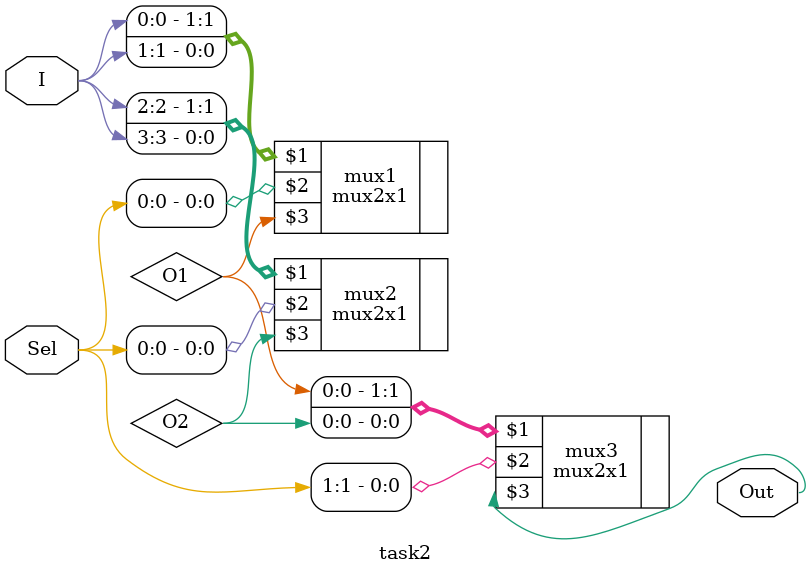
<source format=v>
module task2(I, Sel, Out);
	input [3:0] I;
	input [1:0] Sel;
	wire O1, O2;
	output Out;
	
	mux2x1 mux1({I[0],I[1]}, Sel[0], O1);
	mux2x1 mux2({I[2],I[3]}, Sel[0], O2);
	mux2x1 mux3({O1,O2}, Sel[1], Out);
	
endmodule


</source>
